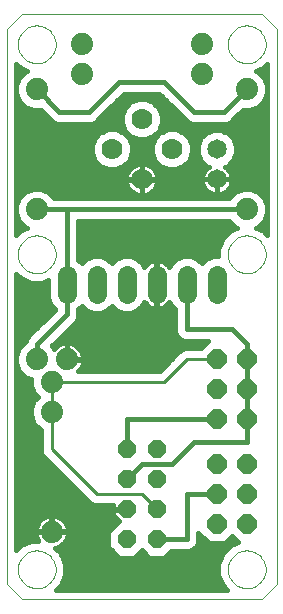
<source format=gbl>
G75*
G70*
%OFA0B0*%
%FSLAX24Y24*%
%IPPOS*%
%LPD*%
%AMOC8*
5,1,8,0,0,1.08239X$1,22.5*
%
%ADD10C,0.0000*%
%ADD11OC8,0.0600*%
%ADD12OC8,0.0640*%
%ADD13C,0.0740*%
%ADD14C,0.0700*%
%ADD15C,0.0650*%
%ADD16C,0.0634*%
%ADD17C,0.0150*%
%ADD18C,0.0100*%
D10*
X001675Y001175D02*
X001175Y001675D01*
X001175Y020175D01*
X001675Y020675D01*
X009675Y020675D01*
X010175Y020175D01*
X010175Y001675D01*
X009675Y001175D01*
X001675Y001175D01*
X001545Y002175D02*
X001547Y002225D01*
X001553Y002275D01*
X001563Y002324D01*
X001577Y002372D01*
X001594Y002419D01*
X001615Y002464D01*
X001640Y002508D01*
X001668Y002549D01*
X001700Y002588D01*
X001734Y002625D01*
X001771Y002659D01*
X001811Y002689D01*
X001853Y002716D01*
X001897Y002740D01*
X001943Y002761D01*
X001990Y002777D01*
X002038Y002790D01*
X002088Y002799D01*
X002137Y002804D01*
X002188Y002805D01*
X002238Y002802D01*
X002287Y002795D01*
X002336Y002784D01*
X002384Y002769D01*
X002430Y002751D01*
X002475Y002729D01*
X002518Y002703D01*
X002559Y002674D01*
X002598Y002642D01*
X002634Y002607D01*
X002666Y002569D01*
X002696Y002529D01*
X002723Y002486D01*
X002746Y002442D01*
X002765Y002396D01*
X002781Y002348D01*
X002793Y002299D01*
X002801Y002250D01*
X002805Y002200D01*
X002805Y002150D01*
X002801Y002100D01*
X002793Y002051D01*
X002781Y002002D01*
X002765Y001954D01*
X002746Y001908D01*
X002723Y001864D01*
X002696Y001821D01*
X002666Y001781D01*
X002634Y001743D01*
X002598Y001708D01*
X002559Y001676D01*
X002518Y001647D01*
X002475Y001621D01*
X002430Y001599D01*
X002384Y001581D01*
X002336Y001566D01*
X002287Y001555D01*
X002238Y001548D01*
X002188Y001545D01*
X002137Y001546D01*
X002088Y001551D01*
X002038Y001560D01*
X001990Y001573D01*
X001943Y001589D01*
X001897Y001610D01*
X001853Y001634D01*
X001811Y001661D01*
X001771Y001691D01*
X001734Y001725D01*
X001700Y001762D01*
X001668Y001801D01*
X001640Y001842D01*
X001615Y001886D01*
X001594Y001931D01*
X001577Y001978D01*
X001563Y002026D01*
X001553Y002075D01*
X001547Y002125D01*
X001545Y002175D01*
X001545Y012675D02*
X001547Y012725D01*
X001553Y012775D01*
X001563Y012824D01*
X001577Y012872D01*
X001594Y012919D01*
X001615Y012964D01*
X001640Y013008D01*
X001668Y013049D01*
X001700Y013088D01*
X001734Y013125D01*
X001771Y013159D01*
X001811Y013189D01*
X001853Y013216D01*
X001897Y013240D01*
X001943Y013261D01*
X001990Y013277D01*
X002038Y013290D01*
X002088Y013299D01*
X002137Y013304D01*
X002188Y013305D01*
X002238Y013302D01*
X002287Y013295D01*
X002336Y013284D01*
X002384Y013269D01*
X002430Y013251D01*
X002475Y013229D01*
X002518Y013203D01*
X002559Y013174D01*
X002598Y013142D01*
X002634Y013107D01*
X002666Y013069D01*
X002696Y013029D01*
X002723Y012986D01*
X002746Y012942D01*
X002765Y012896D01*
X002781Y012848D01*
X002793Y012799D01*
X002801Y012750D01*
X002805Y012700D01*
X002805Y012650D01*
X002801Y012600D01*
X002793Y012551D01*
X002781Y012502D01*
X002765Y012454D01*
X002746Y012408D01*
X002723Y012364D01*
X002696Y012321D01*
X002666Y012281D01*
X002634Y012243D01*
X002598Y012208D01*
X002559Y012176D01*
X002518Y012147D01*
X002475Y012121D01*
X002430Y012099D01*
X002384Y012081D01*
X002336Y012066D01*
X002287Y012055D01*
X002238Y012048D01*
X002188Y012045D01*
X002137Y012046D01*
X002088Y012051D01*
X002038Y012060D01*
X001990Y012073D01*
X001943Y012089D01*
X001897Y012110D01*
X001853Y012134D01*
X001811Y012161D01*
X001771Y012191D01*
X001734Y012225D01*
X001700Y012262D01*
X001668Y012301D01*
X001640Y012342D01*
X001615Y012386D01*
X001594Y012431D01*
X001577Y012478D01*
X001563Y012526D01*
X001553Y012575D01*
X001547Y012625D01*
X001545Y012675D01*
X001545Y019675D02*
X001547Y019725D01*
X001553Y019775D01*
X001563Y019824D01*
X001577Y019872D01*
X001594Y019919D01*
X001615Y019964D01*
X001640Y020008D01*
X001668Y020049D01*
X001700Y020088D01*
X001734Y020125D01*
X001771Y020159D01*
X001811Y020189D01*
X001853Y020216D01*
X001897Y020240D01*
X001943Y020261D01*
X001990Y020277D01*
X002038Y020290D01*
X002088Y020299D01*
X002137Y020304D01*
X002188Y020305D01*
X002238Y020302D01*
X002287Y020295D01*
X002336Y020284D01*
X002384Y020269D01*
X002430Y020251D01*
X002475Y020229D01*
X002518Y020203D01*
X002559Y020174D01*
X002598Y020142D01*
X002634Y020107D01*
X002666Y020069D01*
X002696Y020029D01*
X002723Y019986D01*
X002746Y019942D01*
X002765Y019896D01*
X002781Y019848D01*
X002793Y019799D01*
X002801Y019750D01*
X002805Y019700D01*
X002805Y019650D01*
X002801Y019600D01*
X002793Y019551D01*
X002781Y019502D01*
X002765Y019454D01*
X002746Y019408D01*
X002723Y019364D01*
X002696Y019321D01*
X002666Y019281D01*
X002634Y019243D01*
X002598Y019208D01*
X002559Y019176D01*
X002518Y019147D01*
X002475Y019121D01*
X002430Y019099D01*
X002384Y019081D01*
X002336Y019066D01*
X002287Y019055D01*
X002238Y019048D01*
X002188Y019045D01*
X002137Y019046D01*
X002088Y019051D01*
X002038Y019060D01*
X001990Y019073D01*
X001943Y019089D01*
X001897Y019110D01*
X001853Y019134D01*
X001811Y019161D01*
X001771Y019191D01*
X001734Y019225D01*
X001700Y019262D01*
X001668Y019301D01*
X001640Y019342D01*
X001615Y019386D01*
X001594Y019431D01*
X001577Y019478D01*
X001563Y019526D01*
X001553Y019575D01*
X001547Y019625D01*
X001545Y019675D01*
X008545Y019675D02*
X008547Y019725D01*
X008553Y019775D01*
X008563Y019824D01*
X008577Y019872D01*
X008594Y019919D01*
X008615Y019964D01*
X008640Y020008D01*
X008668Y020049D01*
X008700Y020088D01*
X008734Y020125D01*
X008771Y020159D01*
X008811Y020189D01*
X008853Y020216D01*
X008897Y020240D01*
X008943Y020261D01*
X008990Y020277D01*
X009038Y020290D01*
X009088Y020299D01*
X009137Y020304D01*
X009188Y020305D01*
X009238Y020302D01*
X009287Y020295D01*
X009336Y020284D01*
X009384Y020269D01*
X009430Y020251D01*
X009475Y020229D01*
X009518Y020203D01*
X009559Y020174D01*
X009598Y020142D01*
X009634Y020107D01*
X009666Y020069D01*
X009696Y020029D01*
X009723Y019986D01*
X009746Y019942D01*
X009765Y019896D01*
X009781Y019848D01*
X009793Y019799D01*
X009801Y019750D01*
X009805Y019700D01*
X009805Y019650D01*
X009801Y019600D01*
X009793Y019551D01*
X009781Y019502D01*
X009765Y019454D01*
X009746Y019408D01*
X009723Y019364D01*
X009696Y019321D01*
X009666Y019281D01*
X009634Y019243D01*
X009598Y019208D01*
X009559Y019176D01*
X009518Y019147D01*
X009475Y019121D01*
X009430Y019099D01*
X009384Y019081D01*
X009336Y019066D01*
X009287Y019055D01*
X009238Y019048D01*
X009188Y019045D01*
X009137Y019046D01*
X009088Y019051D01*
X009038Y019060D01*
X008990Y019073D01*
X008943Y019089D01*
X008897Y019110D01*
X008853Y019134D01*
X008811Y019161D01*
X008771Y019191D01*
X008734Y019225D01*
X008700Y019262D01*
X008668Y019301D01*
X008640Y019342D01*
X008615Y019386D01*
X008594Y019431D01*
X008577Y019478D01*
X008563Y019526D01*
X008553Y019575D01*
X008547Y019625D01*
X008545Y019675D01*
X008545Y012675D02*
X008547Y012725D01*
X008553Y012775D01*
X008563Y012824D01*
X008577Y012872D01*
X008594Y012919D01*
X008615Y012964D01*
X008640Y013008D01*
X008668Y013049D01*
X008700Y013088D01*
X008734Y013125D01*
X008771Y013159D01*
X008811Y013189D01*
X008853Y013216D01*
X008897Y013240D01*
X008943Y013261D01*
X008990Y013277D01*
X009038Y013290D01*
X009088Y013299D01*
X009137Y013304D01*
X009188Y013305D01*
X009238Y013302D01*
X009287Y013295D01*
X009336Y013284D01*
X009384Y013269D01*
X009430Y013251D01*
X009475Y013229D01*
X009518Y013203D01*
X009559Y013174D01*
X009598Y013142D01*
X009634Y013107D01*
X009666Y013069D01*
X009696Y013029D01*
X009723Y012986D01*
X009746Y012942D01*
X009765Y012896D01*
X009781Y012848D01*
X009793Y012799D01*
X009801Y012750D01*
X009805Y012700D01*
X009805Y012650D01*
X009801Y012600D01*
X009793Y012551D01*
X009781Y012502D01*
X009765Y012454D01*
X009746Y012408D01*
X009723Y012364D01*
X009696Y012321D01*
X009666Y012281D01*
X009634Y012243D01*
X009598Y012208D01*
X009559Y012176D01*
X009518Y012147D01*
X009475Y012121D01*
X009430Y012099D01*
X009384Y012081D01*
X009336Y012066D01*
X009287Y012055D01*
X009238Y012048D01*
X009188Y012045D01*
X009137Y012046D01*
X009088Y012051D01*
X009038Y012060D01*
X008990Y012073D01*
X008943Y012089D01*
X008897Y012110D01*
X008853Y012134D01*
X008811Y012161D01*
X008771Y012191D01*
X008734Y012225D01*
X008700Y012262D01*
X008668Y012301D01*
X008640Y012342D01*
X008615Y012386D01*
X008594Y012431D01*
X008577Y012478D01*
X008563Y012526D01*
X008553Y012575D01*
X008547Y012625D01*
X008545Y012675D01*
X008545Y002175D02*
X008547Y002225D01*
X008553Y002275D01*
X008563Y002324D01*
X008577Y002372D01*
X008594Y002419D01*
X008615Y002464D01*
X008640Y002508D01*
X008668Y002549D01*
X008700Y002588D01*
X008734Y002625D01*
X008771Y002659D01*
X008811Y002689D01*
X008853Y002716D01*
X008897Y002740D01*
X008943Y002761D01*
X008990Y002777D01*
X009038Y002790D01*
X009088Y002799D01*
X009137Y002804D01*
X009188Y002805D01*
X009238Y002802D01*
X009287Y002795D01*
X009336Y002784D01*
X009384Y002769D01*
X009430Y002751D01*
X009475Y002729D01*
X009518Y002703D01*
X009559Y002674D01*
X009598Y002642D01*
X009634Y002607D01*
X009666Y002569D01*
X009696Y002529D01*
X009723Y002486D01*
X009746Y002442D01*
X009765Y002396D01*
X009781Y002348D01*
X009793Y002299D01*
X009801Y002250D01*
X009805Y002200D01*
X009805Y002150D01*
X009801Y002100D01*
X009793Y002051D01*
X009781Y002002D01*
X009765Y001954D01*
X009746Y001908D01*
X009723Y001864D01*
X009696Y001821D01*
X009666Y001781D01*
X009634Y001743D01*
X009598Y001708D01*
X009559Y001676D01*
X009518Y001647D01*
X009475Y001621D01*
X009430Y001599D01*
X009384Y001581D01*
X009336Y001566D01*
X009287Y001555D01*
X009238Y001548D01*
X009188Y001545D01*
X009137Y001546D01*
X009088Y001551D01*
X009038Y001560D01*
X008990Y001573D01*
X008943Y001589D01*
X008897Y001610D01*
X008853Y001634D01*
X008811Y001661D01*
X008771Y001691D01*
X008734Y001725D01*
X008700Y001762D01*
X008668Y001801D01*
X008640Y001842D01*
X008615Y001886D01*
X008594Y001931D01*
X008577Y001978D01*
X008563Y002026D01*
X008553Y002075D01*
X008547Y002125D01*
X008545Y002175D01*
D11*
X006175Y003175D03*
X006175Y004175D03*
X006175Y005175D03*
X006175Y006175D03*
X005175Y006175D03*
X005175Y005175D03*
X005175Y004175D03*
X005175Y003175D03*
D12*
X008175Y003675D03*
X008175Y004675D03*
X008175Y005675D03*
X008175Y007175D03*
X008175Y008175D03*
X008175Y009175D03*
X009175Y009175D03*
X009175Y008175D03*
X009175Y007175D03*
X009175Y005675D03*
X009175Y004675D03*
X009175Y003675D03*
D13*
X009175Y014175D03*
X009175Y018175D03*
X007675Y018675D03*
X007675Y019675D03*
X003675Y019675D03*
X003675Y018675D03*
X002175Y018175D03*
X002175Y014175D03*
X002175Y009175D03*
X002675Y008425D03*
X003175Y009175D03*
X002675Y007425D03*
X002675Y003425D03*
D14*
X005675Y015175D03*
X006675Y016175D03*
X005675Y017175D03*
X004675Y016175D03*
D15*
X008175Y016175D03*
X008175Y015175D03*
D16*
X008175Y011992D02*
X008175Y011358D01*
X007175Y011358D02*
X007175Y011992D01*
X006175Y011992D02*
X006175Y011358D01*
X005175Y011358D02*
X005175Y011992D01*
X004175Y011992D02*
X004175Y011358D01*
X003175Y011358D02*
X003175Y011992D01*
D17*
X003175Y011675D02*
X003175Y014175D01*
X009175Y014175D01*
X008856Y013566D02*
X008640Y013476D01*
X008374Y013210D01*
X008230Y012863D01*
X008230Y012624D01*
X008049Y012624D01*
X007817Y012528D01*
X007675Y012385D01*
X007533Y012528D01*
X007301Y012624D01*
X007049Y012624D01*
X006817Y012528D01*
X006639Y012350D01*
X006597Y012247D01*
X006596Y012250D01*
X006550Y012312D01*
X006495Y012367D01*
X006433Y012413D01*
X006364Y012448D01*
X006290Y012472D01*
X006214Y012484D01*
X006198Y012484D01*
X006198Y011698D01*
X006152Y011698D01*
X006152Y012484D01*
X006136Y012484D01*
X006060Y012472D01*
X005986Y012448D01*
X005917Y012413D01*
X005855Y012367D01*
X005800Y012312D01*
X005754Y012250D01*
X005753Y012247D01*
X005711Y012350D01*
X005533Y012528D01*
X005301Y012624D01*
X005049Y012624D01*
X004817Y012528D01*
X004675Y012385D01*
X004533Y012528D01*
X004301Y012624D01*
X004049Y012624D01*
X003817Y012528D01*
X003675Y012385D01*
X003565Y012495D01*
X003565Y013785D01*
X008596Y013785D01*
X008787Y013594D01*
X008856Y013566D01*
X008732Y013649D02*
X003565Y013649D01*
X003565Y013501D02*
X008699Y013501D01*
X008516Y013352D02*
X003565Y013352D01*
X003565Y013204D02*
X008371Y013204D01*
X008310Y013055D02*
X003565Y013055D01*
X003565Y012907D02*
X008248Y012907D01*
X008230Y012758D02*
X003565Y012758D01*
X003565Y012610D02*
X004015Y012610D01*
X003751Y012461D02*
X003599Y012461D01*
X003175Y011675D02*
X003175Y010675D01*
X002175Y009675D01*
X002175Y009175D01*
X001990Y008510D02*
X001990Y008289D01*
X002094Y008037D01*
X002206Y007925D01*
X002094Y007813D01*
X001990Y007561D01*
X001990Y007289D01*
X002094Y007037D01*
X002287Y006844D01*
X002310Y006835D01*
X002310Y006102D01*
X002366Y005968D01*
X002468Y005866D01*
X003968Y004366D01*
X004102Y004310D01*
X004700Y004310D01*
X004700Y004190D01*
X005160Y004190D01*
X005160Y004160D01*
X004700Y004160D01*
X004700Y003978D01*
X004904Y003774D01*
X004560Y003430D01*
X004560Y002920D01*
X004920Y002560D01*
X005430Y002560D01*
X005675Y002805D01*
X005920Y002560D01*
X006430Y002560D01*
X006655Y002785D01*
X007253Y002785D01*
X007396Y002844D01*
X007506Y002954D01*
X007565Y003097D01*
X007565Y003387D01*
X007912Y003040D01*
X008438Y003040D01*
X008675Y003277D01*
X008877Y003075D01*
X008640Y002976D01*
X008374Y002710D01*
X008230Y002363D01*
X008230Y001987D01*
X008374Y001640D01*
X008524Y001490D01*
X002826Y001490D01*
X002976Y001640D01*
X003120Y001987D01*
X003120Y002363D01*
X002976Y002710D01*
X002794Y002892D01*
X002803Y002893D01*
X002884Y002920D01*
X002961Y002959D01*
X003030Y003009D01*
X003091Y003070D01*
X003141Y003139D01*
X003180Y003216D01*
X003207Y003297D01*
X003220Y003382D01*
X003220Y003411D01*
X002689Y003411D01*
X002689Y003439D01*
X002661Y003439D01*
X002661Y003970D01*
X002632Y003970D01*
X002547Y003957D01*
X002466Y003930D01*
X002389Y003891D01*
X002320Y003841D01*
X002259Y003780D01*
X002209Y003711D01*
X002170Y003634D01*
X002143Y003553D01*
X002130Y003468D01*
X002130Y003439D01*
X002661Y003439D01*
X002661Y003411D01*
X002130Y003411D01*
X002130Y003382D01*
X002143Y003297D01*
X002170Y003216D01*
X002209Y003139D01*
X002223Y003120D01*
X001987Y003120D01*
X001640Y002976D01*
X001490Y002826D01*
X001490Y012024D01*
X001640Y011874D01*
X001987Y011730D01*
X002363Y011730D01*
X002543Y011805D01*
X002543Y011232D01*
X002639Y011000D01*
X002785Y010855D01*
X002785Y010837D01*
X001954Y010006D01*
X001844Y009896D01*
X001786Y009755D01*
X001594Y009563D01*
X001490Y009311D01*
X001490Y009039D01*
X001594Y008787D01*
X001787Y008594D01*
X001990Y008510D01*
X001990Y008452D02*
X001490Y008452D01*
X001490Y008600D02*
X001781Y008600D01*
X001633Y008749D02*
X001490Y008749D01*
X001490Y008897D02*
X001549Y008897D01*
X001490Y009046D02*
X001490Y009046D01*
X001490Y009194D02*
X001490Y009194D01*
X001490Y009343D02*
X001503Y009343D01*
X001490Y009491D02*
X001564Y009491D01*
X001490Y009640D02*
X001671Y009640D01*
X001800Y009788D02*
X001490Y009788D01*
X001490Y009937D02*
X001885Y009937D01*
X002033Y010085D02*
X001490Y010085D01*
X001490Y010234D02*
X002182Y010234D01*
X002330Y010382D02*
X001490Y010382D01*
X001490Y010531D02*
X002479Y010531D01*
X002627Y010679D02*
X001490Y010679D01*
X001490Y010828D02*
X002776Y010828D01*
X002664Y010976D02*
X001490Y010976D01*
X001490Y011125D02*
X002588Y011125D01*
X002543Y011273D02*
X001490Y011273D01*
X001490Y011422D02*
X002543Y011422D01*
X002543Y011570D02*
X001490Y011570D01*
X001490Y011719D02*
X002543Y011719D01*
X003285Y010234D02*
X006785Y010234D01*
X006785Y010097D02*
X006844Y009954D01*
X006954Y009844D01*
X007097Y009785D01*
X007887Y009785D01*
X007642Y009540D01*
X007102Y009540D01*
X006968Y009484D01*
X006866Y009382D01*
X006274Y008790D01*
X003561Y008790D01*
X003591Y008820D01*
X003641Y008889D01*
X003680Y008966D01*
X003707Y009047D01*
X003720Y009132D01*
X003720Y009170D01*
X003180Y009170D01*
X003180Y009180D01*
X003720Y009180D01*
X003720Y009218D01*
X003707Y009303D01*
X003680Y009384D01*
X003641Y009461D01*
X003591Y009530D01*
X003530Y009591D01*
X003461Y009641D01*
X003384Y009680D01*
X003303Y009707D01*
X003218Y009720D01*
X003180Y009720D01*
X003180Y009180D01*
X003170Y009180D01*
X003170Y009720D01*
X003132Y009720D01*
X003047Y009707D01*
X002966Y009680D01*
X002889Y009641D01*
X002820Y009591D01*
X002766Y009537D01*
X002756Y009563D01*
X002685Y009634D01*
X003506Y010454D01*
X003565Y010597D01*
X003565Y010855D01*
X003675Y010965D01*
X003817Y010822D01*
X004049Y010726D01*
X004301Y010726D01*
X004533Y010822D01*
X004675Y010965D01*
X004817Y010822D01*
X005049Y010726D01*
X005301Y010726D01*
X005533Y010822D01*
X005711Y011000D01*
X005753Y011103D01*
X005754Y011100D01*
X005800Y011038D01*
X005855Y010983D01*
X005917Y010937D01*
X005986Y010902D01*
X006060Y010878D01*
X006136Y010866D01*
X006152Y010866D01*
X006152Y011652D01*
X006198Y011652D01*
X006198Y010866D01*
X006214Y010866D01*
X006290Y010878D01*
X006364Y010902D01*
X006433Y010937D01*
X006495Y010983D01*
X006550Y011038D01*
X006596Y011100D01*
X006597Y011103D01*
X006639Y011000D01*
X006785Y010855D01*
X006785Y010097D01*
X006790Y010085D02*
X003137Y010085D01*
X002988Y009937D02*
X006862Y009937D01*
X007090Y009788D02*
X002840Y009788D01*
X002887Y009640D02*
X002691Y009640D01*
X003170Y009640D02*
X003180Y009640D01*
X003170Y009491D02*
X003180Y009491D01*
X003170Y009343D02*
X003180Y009343D01*
X003170Y009194D02*
X003180Y009194D01*
X003175Y009175D02*
X005175Y009175D01*
X006175Y010175D01*
X006175Y011675D01*
X006152Y011719D02*
X006198Y011719D01*
X006198Y011867D02*
X006152Y011867D01*
X006152Y012016D02*
X006198Y012016D01*
X006198Y012164D02*
X006152Y012164D01*
X006152Y012313D02*
X006198Y012313D01*
X006198Y012461D02*
X006152Y012461D01*
X006027Y012461D02*
X005599Y012461D01*
X005726Y012313D02*
X005800Y012313D01*
X006323Y012461D02*
X006751Y012461D01*
X006624Y012313D02*
X006550Y012313D01*
X007015Y012610D02*
X005335Y012610D01*
X005015Y012610D02*
X004335Y012610D01*
X004599Y012461D02*
X004751Y012461D01*
X004812Y010828D02*
X004538Y010828D01*
X003812Y010828D02*
X003565Y010828D01*
X003565Y010679D02*
X006785Y010679D01*
X006785Y010531D02*
X003537Y010531D01*
X003434Y010382D02*
X006785Y010382D01*
X006785Y010828D02*
X005538Y010828D01*
X005686Y010976D02*
X005864Y010976D01*
X006152Y010976D02*
X006198Y010976D01*
X006198Y011125D02*
X006152Y011125D01*
X006152Y011273D02*
X006198Y011273D01*
X006198Y011422D02*
X006152Y011422D01*
X006152Y011570D02*
X006198Y011570D01*
X006486Y010976D02*
X006664Y010976D01*
X007175Y011675D02*
X007175Y010175D01*
X008675Y010175D01*
X009175Y009675D01*
X009175Y009175D01*
X009175Y008175D01*
X009175Y007175D01*
X009175Y006425D01*
X007425Y006425D01*
X006675Y005675D01*
X005675Y005675D01*
X005175Y005175D01*
X004700Y004294D02*
X001490Y004294D01*
X001490Y004442D02*
X003892Y004442D01*
X003743Y004591D02*
X001490Y004591D01*
X001490Y004739D02*
X003595Y004739D01*
X003446Y004888D02*
X001490Y004888D01*
X001490Y005036D02*
X003298Y005036D01*
X003149Y005185D02*
X001490Y005185D01*
X001490Y005333D02*
X003001Y005333D01*
X002852Y005482D02*
X001490Y005482D01*
X001490Y005630D02*
X002704Y005630D01*
X002555Y005779D02*
X001490Y005779D01*
X001490Y005927D02*
X002407Y005927D01*
X002321Y006076D02*
X001490Y006076D01*
X001490Y006224D02*
X002310Y006224D01*
X002310Y006373D02*
X001490Y006373D01*
X001490Y006521D02*
X002310Y006521D01*
X002310Y006670D02*
X001490Y006670D01*
X001490Y006818D02*
X002310Y006818D01*
X002165Y006967D02*
X001490Y006967D01*
X001490Y007115D02*
X002062Y007115D01*
X002000Y007264D02*
X001490Y007264D01*
X001490Y007412D02*
X001990Y007412D01*
X001990Y007561D02*
X001490Y007561D01*
X001490Y007709D02*
X002051Y007709D01*
X002139Y007858D02*
X001490Y007858D01*
X001490Y008006D02*
X002125Y008006D01*
X002046Y008155D02*
X001490Y008155D01*
X001490Y008303D02*
X001990Y008303D01*
X003463Y009640D02*
X007741Y009640D01*
X006984Y009491D02*
X003619Y009491D01*
X003694Y009343D02*
X006826Y009343D01*
X006678Y009194D02*
X003720Y009194D01*
X003706Y009046D02*
X006529Y009046D01*
X006381Y008897D02*
X003645Y008897D01*
X005175Y007175D02*
X005175Y006175D01*
X005175Y007175D02*
X008175Y007175D01*
X008175Y004675D02*
X007175Y004675D01*
X007175Y003175D01*
X006175Y003175D01*
X005820Y002660D02*
X005530Y002660D01*
X004820Y002660D02*
X002997Y002660D01*
X003058Y002512D02*
X008292Y002512D01*
X008353Y002660D02*
X006530Y002660D01*
X007309Y002809D02*
X008472Y002809D01*
X008621Y002957D02*
X007507Y002957D01*
X007565Y003106D02*
X007846Y003106D01*
X007698Y003254D02*
X007565Y003254D01*
X008230Y002363D02*
X003120Y002363D01*
X003120Y002215D02*
X008230Y002215D01*
X008230Y002066D02*
X003120Y002066D01*
X003091Y001918D02*
X008259Y001918D01*
X008320Y001769D02*
X003030Y001769D01*
X002957Y001621D02*
X008393Y001621D01*
X008504Y003106D02*
X008846Y003106D01*
X008698Y003254D02*
X008652Y003254D01*
X004830Y003700D02*
X003147Y003700D01*
X003141Y003711D02*
X003091Y003780D01*
X003030Y003841D01*
X002961Y003891D01*
X002884Y003930D01*
X002803Y003957D01*
X002718Y003970D01*
X002689Y003970D01*
X002689Y003439D01*
X003220Y003439D01*
X003220Y003468D01*
X003207Y003553D01*
X003180Y003634D01*
X003141Y003711D01*
X003207Y003551D02*
X004681Y003551D01*
X004560Y003403D02*
X003220Y003403D01*
X003192Y003254D02*
X004560Y003254D01*
X004560Y003106D02*
X003117Y003106D01*
X002957Y002957D02*
X004560Y002957D01*
X004672Y002809D02*
X002878Y002809D01*
X002689Y003551D02*
X002661Y003551D01*
X002661Y003700D02*
X002689Y003700D01*
X002689Y003848D02*
X002661Y003848D01*
X002330Y003848D02*
X001490Y003848D01*
X001490Y003700D02*
X002203Y003700D01*
X002143Y003551D02*
X001490Y003551D01*
X001490Y003403D02*
X002130Y003403D01*
X002158Y003254D02*
X001490Y003254D01*
X001490Y003106D02*
X001952Y003106D01*
X001621Y002957D02*
X001490Y002957D01*
X001490Y003997D02*
X004700Y003997D01*
X004700Y004145D02*
X001490Y004145D01*
X003020Y003848D02*
X004830Y003848D01*
X001656Y011867D02*
X001490Y011867D01*
X001490Y012016D02*
X001498Y012016D01*
X001490Y013326D02*
X001490Y019024D01*
X001640Y018874D01*
X001856Y018784D01*
X001787Y018756D01*
X001594Y018563D01*
X001490Y018311D01*
X001490Y018039D01*
X001594Y017787D01*
X001787Y017594D01*
X002039Y017490D01*
X002308Y017490D01*
X002704Y017094D01*
X002847Y017035D01*
X004003Y017035D01*
X004146Y017094D01*
X004256Y017204D01*
X005087Y018035D01*
X006263Y018035D01*
X007094Y017204D01*
X007204Y017094D01*
X007347Y017035D01*
X008503Y017035D01*
X008646Y017094D01*
X008756Y017204D01*
X009042Y017490D01*
X009311Y017490D01*
X009563Y017594D01*
X009756Y017787D01*
X009860Y018039D01*
X009860Y018311D01*
X009756Y018563D01*
X009563Y018756D01*
X009494Y018784D01*
X009710Y018874D01*
X009860Y019024D01*
X009860Y013326D01*
X009710Y013476D01*
X009494Y013566D01*
X009563Y013594D01*
X009756Y013787D01*
X009860Y014039D01*
X009860Y014311D01*
X009756Y014563D01*
X009563Y014756D01*
X009311Y014860D01*
X009039Y014860D01*
X008787Y014756D01*
X008596Y014565D01*
X003097Y014565D01*
X002754Y014565D01*
X002563Y014756D01*
X002311Y014860D01*
X002039Y014860D01*
X001787Y014756D01*
X001594Y014563D01*
X001490Y014311D01*
X001490Y014039D01*
X001594Y013787D01*
X001787Y013594D01*
X001856Y013566D01*
X001640Y013476D01*
X001490Y013326D01*
X001490Y013352D02*
X001516Y013352D01*
X001490Y013501D02*
X001699Y013501D01*
X001732Y013649D02*
X001490Y013649D01*
X001490Y013798D02*
X001590Y013798D01*
X001528Y013946D02*
X001490Y013946D01*
X001490Y014095D02*
X001490Y014095D01*
X001490Y014243D02*
X001490Y014243D01*
X001490Y014392D02*
X001523Y014392D01*
X001490Y014540D02*
X001585Y014540D01*
X001490Y014689D02*
X001720Y014689D01*
X001490Y014837D02*
X001983Y014837D01*
X002367Y014837D02*
X005272Y014837D01*
X005275Y014833D02*
X005333Y014775D01*
X005400Y014726D01*
X005473Y014688D01*
X005473Y014689D02*
X002630Y014689D01*
X002175Y014175D02*
X003175Y014175D01*
X004079Y015877D02*
X001490Y015877D01*
X001490Y016025D02*
X004017Y016025D01*
X004010Y016043D02*
X004111Y015798D01*
X004298Y015611D01*
X004543Y015510D01*
X004807Y015510D01*
X005052Y015611D01*
X005239Y015798D01*
X005340Y016043D01*
X005340Y016307D01*
X005239Y016552D01*
X005052Y016739D01*
X004807Y016840D01*
X004543Y016840D01*
X004298Y016739D01*
X004111Y016552D01*
X004010Y016307D01*
X004010Y016043D01*
X004010Y016174D02*
X001490Y016174D01*
X001490Y016322D02*
X004016Y016322D01*
X004078Y016471D02*
X001490Y016471D01*
X001490Y016619D02*
X004179Y016619D01*
X004368Y016768D02*
X001490Y016768D01*
X001490Y016916D02*
X005062Y016916D01*
X005111Y016798D02*
X005010Y017043D01*
X005010Y017307D01*
X005111Y017552D01*
X005298Y017739D01*
X005543Y017840D01*
X005807Y017840D01*
X006052Y017739D01*
X006239Y017552D01*
X006340Y017307D01*
X006340Y017043D01*
X006239Y016798D01*
X006052Y016611D01*
X005807Y016510D01*
X005543Y016510D01*
X005298Y016611D01*
X005111Y016798D01*
X005142Y016768D02*
X004982Y016768D01*
X005171Y016619D02*
X005291Y016619D01*
X005272Y016471D02*
X006078Y016471D01*
X006111Y016552D02*
X006010Y016307D01*
X006010Y016043D01*
X006111Y015798D01*
X006298Y015611D01*
X006543Y015510D01*
X006807Y015510D01*
X007052Y015611D01*
X007239Y015798D01*
X007340Y016043D01*
X007340Y016307D01*
X007239Y016552D01*
X007052Y016739D01*
X006807Y016840D01*
X006543Y016840D01*
X006298Y016739D01*
X006111Y016552D01*
X006059Y016619D02*
X006179Y016619D01*
X006208Y016768D02*
X006368Y016768D01*
X006288Y016916D02*
X009860Y016916D01*
X009860Y016768D02*
X008417Y016768D01*
X008302Y016815D02*
X008048Y016815D01*
X007812Y016718D01*
X007632Y016538D01*
X007535Y016302D01*
X007535Y016048D01*
X007632Y015812D01*
X007812Y015632D01*
X007903Y015595D01*
X007849Y015556D01*
X007794Y015501D01*
X007747Y015437D01*
X007712Y015367D01*
X007687Y015292D01*
X007675Y015214D01*
X007675Y015175D01*
X008175Y015175D01*
X005675Y015175D01*
X005680Y015180D02*
X005670Y015180D01*
X005670Y015700D01*
X005634Y015700D01*
X005552Y015687D01*
X005473Y015662D01*
X005400Y015624D01*
X005333Y015575D01*
X005275Y015517D01*
X005226Y015450D01*
X005188Y015377D01*
X005163Y015298D01*
X005150Y015216D01*
X005150Y015180D01*
X005670Y015180D01*
X005670Y015170D01*
X005150Y015170D01*
X005150Y015134D01*
X001490Y015134D01*
X001490Y014986D02*
X005185Y014986D01*
X005188Y014973D02*
X005226Y014900D01*
X005275Y014833D01*
X005188Y014973D02*
X005163Y015052D01*
X005150Y015134D01*
X005160Y015283D02*
X001490Y015283D01*
X001490Y015431D02*
X005216Y015431D01*
X005168Y015728D02*
X006182Y015728D01*
X006079Y015877D02*
X005271Y015877D01*
X005333Y016025D02*
X006017Y016025D01*
X006010Y016174D02*
X005340Y016174D01*
X005334Y016322D02*
X006016Y016322D01*
X005798Y015687D02*
X005716Y015700D01*
X005680Y015700D01*
X005680Y015180D01*
X006200Y015180D01*
X006200Y015216D01*
X006187Y015298D01*
X006162Y015377D01*
X006124Y015450D01*
X006075Y015517D01*
X006017Y015575D01*
X005950Y015624D01*
X005877Y015662D01*
X005798Y015687D01*
X005680Y015580D02*
X005670Y015580D01*
X005670Y015431D02*
X005680Y015431D01*
X005670Y015283D02*
X005680Y015283D01*
X005680Y015180D02*
X005680Y015170D01*
X006200Y015170D01*
X006200Y015134D01*
X007675Y015134D01*
X007675Y015136D02*
X007687Y015058D01*
X007712Y014983D01*
X007747Y014913D01*
X007794Y014849D01*
X007849Y014794D01*
X007913Y014747D01*
X007983Y014712D01*
X008058Y014687D01*
X008136Y014675D01*
X008175Y014675D01*
X008214Y014675D01*
X008292Y014687D01*
X008367Y014712D01*
X008437Y014747D01*
X008501Y014794D01*
X008556Y014849D01*
X008603Y014913D01*
X008638Y014983D01*
X008663Y015058D01*
X008675Y015136D01*
X008675Y015175D01*
X008675Y015214D01*
X008663Y015292D01*
X008638Y015367D01*
X008603Y015437D01*
X008556Y015501D01*
X008501Y015556D01*
X008447Y015595D01*
X008538Y015632D01*
X008718Y015812D01*
X008815Y016048D01*
X008815Y016302D01*
X008718Y016538D01*
X008538Y016718D01*
X008302Y016815D01*
X008574Y017065D02*
X009860Y017065D01*
X009860Y017213D02*
X008765Y017213D01*
X008756Y017204D02*
X008756Y017204D01*
X008913Y017362D02*
X009860Y017362D01*
X009860Y017510D02*
X009360Y017510D01*
X009627Y017659D02*
X009860Y017659D01*
X009860Y017807D02*
X009764Y017807D01*
X009826Y017956D02*
X009860Y017956D01*
X009860Y018104D02*
X009860Y018104D01*
X009860Y018253D02*
X009860Y018253D01*
X009860Y018401D02*
X009823Y018401D01*
X009860Y018550D02*
X009761Y018550D01*
X009860Y018698D02*
X009621Y018698D01*
X009644Y018847D02*
X009860Y018847D01*
X009860Y018995D02*
X009831Y018995D01*
X009175Y018175D02*
X008425Y017425D01*
X007425Y017425D01*
X006425Y018425D01*
X004925Y018425D01*
X003925Y017425D01*
X002925Y017425D01*
X002175Y018175D01*
X001990Y017510D02*
X001490Y017510D01*
X001490Y017362D02*
X002437Y017362D01*
X002585Y017213D02*
X001490Y017213D01*
X001490Y017065D02*
X002776Y017065D01*
X001723Y017659D02*
X001490Y017659D01*
X001490Y017807D02*
X001586Y017807D01*
X001524Y017956D02*
X001490Y017956D01*
X001490Y018104D02*
X001490Y018104D01*
X001490Y018253D02*
X001490Y018253D01*
X001490Y018401D02*
X001527Y018401D01*
X001490Y018550D02*
X001589Y018550D01*
X001490Y018698D02*
X001729Y018698D01*
X001706Y018847D02*
X001490Y018847D01*
X001490Y018995D02*
X001519Y018995D01*
X001490Y015728D02*
X004182Y015728D01*
X004375Y015580D02*
X001490Y015580D01*
X004074Y017065D02*
X005010Y017065D01*
X005010Y017213D02*
X004265Y017213D01*
X004256Y017204D02*
X004256Y017204D01*
X004413Y017362D02*
X005032Y017362D01*
X005094Y017510D02*
X004562Y017510D01*
X004710Y017659D02*
X005218Y017659D01*
X005007Y017956D02*
X006343Y017956D01*
X006491Y017807D02*
X005887Y017807D01*
X006132Y017659D02*
X006640Y017659D01*
X006788Y017510D02*
X006256Y017510D01*
X006318Y017362D02*
X006937Y017362D01*
X007085Y017213D02*
X006340Y017213D01*
X006340Y017065D02*
X007276Y017065D01*
X007094Y017204D02*
X007094Y017204D01*
X006982Y016768D02*
X007933Y016768D01*
X007714Y016619D02*
X007171Y016619D01*
X007272Y016471D02*
X007605Y016471D01*
X007543Y016322D02*
X007334Y016322D01*
X007340Y016174D02*
X007535Y016174D01*
X007544Y016025D02*
X007333Y016025D01*
X007271Y015877D02*
X007606Y015877D01*
X007717Y015728D02*
X007168Y015728D01*
X006975Y015580D02*
X007881Y015580D01*
X007744Y015431D02*
X006134Y015431D01*
X006190Y015283D02*
X007686Y015283D01*
X007675Y015175D02*
X007675Y015136D01*
X007675Y015175D02*
X008175Y015175D01*
X008675Y015175D01*
X008175Y015175D01*
X008175Y015175D01*
X008175Y015175D01*
X008175Y014675D01*
X008175Y015175D01*
X008175Y015175D01*
X008175Y015134D02*
X008175Y015134D01*
X008175Y014986D02*
X008175Y014986D01*
X008175Y014837D02*
X008175Y014837D01*
X008175Y014689D02*
X008175Y014689D01*
X008296Y014689D02*
X008720Y014689D01*
X008544Y014837D02*
X008983Y014837D01*
X008639Y014986D02*
X009860Y014986D01*
X009860Y015134D02*
X008675Y015134D01*
X008664Y015283D02*
X009860Y015283D01*
X009860Y015431D02*
X008606Y015431D01*
X008469Y015580D02*
X009860Y015580D01*
X009860Y015728D02*
X008633Y015728D01*
X008744Y015877D02*
X009860Y015877D01*
X009860Y016025D02*
X008806Y016025D01*
X008815Y016174D02*
X009860Y016174D01*
X009860Y016322D02*
X008807Y016322D01*
X008745Y016471D02*
X009860Y016471D01*
X009860Y016619D02*
X008636Y016619D01*
X007711Y014986D02*
X006165Y014986D01*
X006162Y014973D02*
X006187Y015052D01*
X006200Y015134D01*
X006162Y014973D02*
X006124Y014900D01*
X006075Y014833D01*
X006017Y014775D01*
X005950Y014726D01*
X005877Y014688D01*
X005877Y014689D02*
X008054Y014689D01*
X007806Y014837D02*
X006078Y014837D01*
X005877Y014688D02*
X005798Y014663D01*
X005716Y014650D01*
X005680Y014650D01*
X005680Y015170D01*
X005670Y015170D01*
X005670Y014650D01*
X005634Y014650D01*
X005552Y014663D01*
X005473Y014688D01*
X005670Y014689D02*
X005680Y014689D01*
X005670Y014837D02*
X005680Y014837D01*
X005670Y014986D02*
X005680Y014986D01*
X005670Y015134D02*
X005680Y015134D01*
X006011Y015580D02*
X006375Y015580D01*
X005339Y015580D02*
X004975Y015580D01*
X004859Y017807D02*
X005463Y017807D01*
X007335Y012610D02*
X008015Y012610D01*
X007751Y012461D02*
X007599Y012461D01*
X009367Y014837D02*
X009860Y014837D01*
X009860Y014689D02*
X009630Y014689D01*
X009765Y014540D02*
X009860Y014540D01*
X009860Y014392D02*
X009827Y014392D01*
X009860Y014243D02*
X009860Y014243D01*
X009860Y014095D02*
X009860Y014095D01*
X009860Y013946D02*
X009822Y013946D01*
X009860Y013798D02*
X009760Y013798D01*
X009860Y013649D02*
X009618Y013649D01*
X009651Y013501D02*
X009860Y013501D01*
X009860Y013352D02*
X009834Y013352D01*
D18*
X008175Y009175D02*
X007175Y009175D01*
X006425Y008425D01*
X002675Y008425D01*
X002675Y007425D01*
X002675Y006175D01*
X004175Y004675D01*
X005675Y004675D01*
X006175Y004175D01*
M02*

</source>
